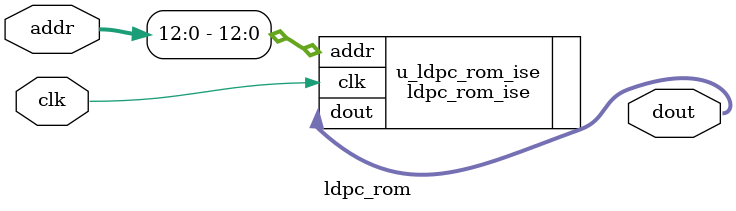
<source format=v>

module ldpc_rom (	addr          ,
                        clk           ,
                        dout          );
                        

input        clk  ;
input [13:0] addr ;
output[13:0] dout ;


ldpc_rom_ise  u_ldpc_rom_ise (
	.addr(addr[12:0]), // Bus [12 : 0] 
	.clk(clk),
	.dout(dout)); // Bus [13 : 0] 

             
endmodule            


</source>
